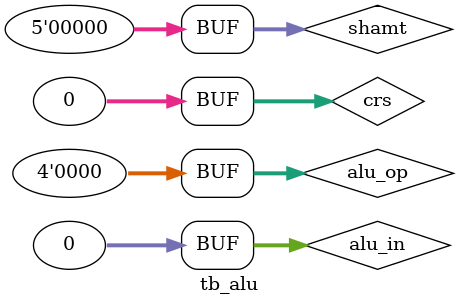
<source format=v>
`timescale 1ns / 1ps


module tb_alu;

	// Inputs
	reg [3:0] alu_op;
	reg [31:0] alu_in;
	reg [31:0] crs;
	reg [4:0] shamt;

	// Outputs
	wire [31:0] alu_out;
	wire zero;

	// Instantiate the Unit Under Test (UUT)
	ALU uut (
		.alu_op(alu_op), 
		.alu_in(alu_in), 
		.crs(crs), 
		.shamt(shamt), 
		.alu_out(alu_out), 
		.zero(zero)
	);

	initial begin
		// Initialize Inputs
		alu_op = 0;
		alu_in = 0;
		crs = 0;
		shamt = 0;

		// Wait 100 ns for global reset to finish
		#100;
        
		// Add stimulus here

	end
      
endmodule


</source>
